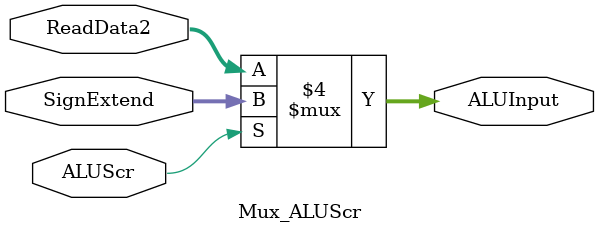
<source format=v>
module Mux_ALUScr(
    input [31:0] ReadData2,
    input [31:0] SignExtend,
    input ALUScr,
    output reg [31:0] ALUInput 
);

always @(*) begin
    if (ALUScr == 1'b1)
        ALUInput = SignExtend;
    else
        ALUInput = ReadData2;
end
endmodule

</source>
